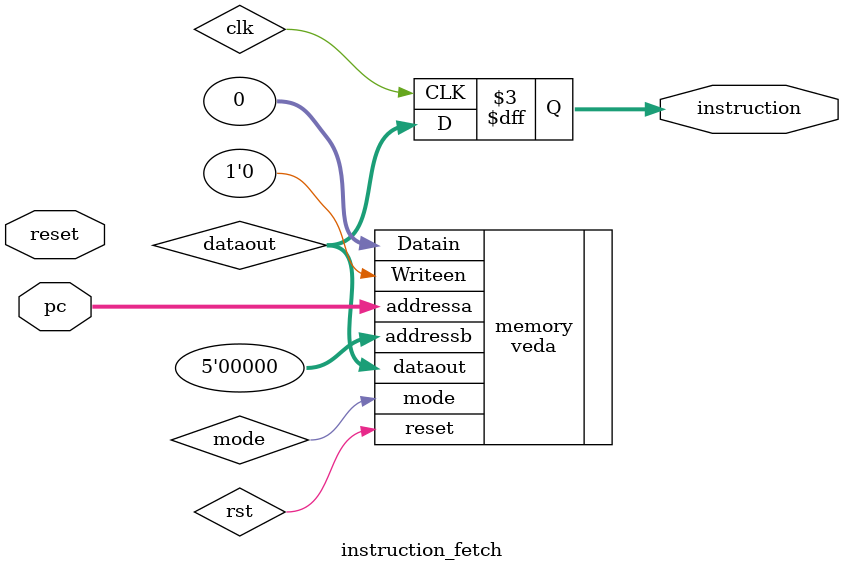
<source format=v>
`include "veda.v"

module instruction_fetch(reset,instruction, pc);
    input reset;
    inout [4:0] pc;
    output reg [31:0] instruction;
    wire [31:0]dataout;

  veda memory(.dataout(dataout),.Writeen(1'b0),.addressa(pc),.addressb(5'b0),.mode(mode),.Datain(0),.reset(rst));

always @ (posedge clk) begin

// We have fetched the instruction from the veda meory and stored it in the instruction regsiter
    instruction <= dataout;

end

endmodule
</source>
